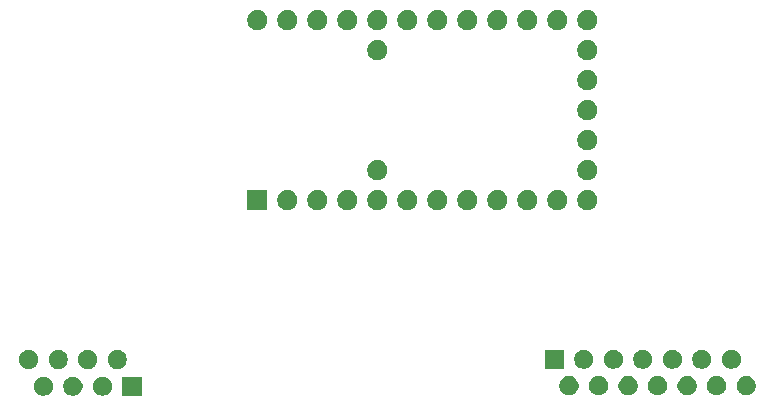
<source format=gbr>
G04 #@! TF.GenerationSoftware,KiCad,Pcbnew,(5.1.5-0-10_14)*
G04 #@! TF.CreationDate,2020-05-11T22:22:16+08:00*
G04 #@! TF.ProjectId,HHKB Lite 2,48484b42-204c-4697-9465-20322e6b6963,rev?*
G04 #@! TF.SameCoordinates,Original*
G04 #@! TF.FileFunction,Soldermask,Top*
G04 #@! TF.FilePolarity,Negative*
%FSLAX46Y46*%
G04 Gerber Fmt 4.6, Leading zero omitted, Abs format (unit mm)*
G04 Created by KiCad (PCBNEW (5.1.5-0-10_14)) date 2020-05-11 22:22:16*
%MOMM*%
%LPD*%
G04 APERTURE LIST*
%ADD10C,0.100000*%
G04 APERTURE END LIST*
D10*
G36*
X134975000Y-76251000D02*
G01*
X133349000Y-76251000D01*
X133349000Y-74625000D01*
X134975000Y-74625000D01*
X134975000Y-76251000D01*
G37*
G36*
X131899142Y-74656242D02*
G01*
X132047101Y-74717529D01*
X132180255Y-74806499D01*
X132293501Y-74919745D01*
X132382471Y-75052899D01*
X132443758Y-75200858D01*
X132475000Y-75357925D01*
X132475000Y-75518075D01*
X132443758Y-75675142D01*
X132382471Y-75823101D01*
X132293501Y-75956255D01*
X132180255Y-76069501D01*
X132047101Y-76158471D01*
X131899142Y-76219758D01*
X131742075Y-76251000D01*
X131581925Y-76251000D01*
X131424858Y-76219758D01*
X131276899Y-76158471D01*
X131143745Y-76069501D01*
X131030499Y-75956255D01*
X130941529Y-75823101D01*
X130880242Y-75675142D01*
X130849000Y-75518075D01*
X130849000Y-75357925D01*
X130880242Y-75200858D01*
X130941529Y-75052899D01*
X131030499Y-74919745D01*
X131143745Y-74806499D01*
X131276899Y-74717529D01*
X131424858Y-74656242D01*
X131581925Y-74625000D01*
X131742075Y-74625000D01*
X131899142Y-74656242D01*
G37*
G36*
X129399142Y-74656242D02*
G01*
X129547101Y-74717529D01*
X129680255Y-74806499D01*
X129793501Y-74919745D01*
X129882471Y-75052899D01*
X129943758Y-75200858D01*
X129975000Y-75357925D01*
X129975000Y-75518075D01*
X129943758Y-75675142D01*
X129882471Y-75823101D01*
X129793501Y-75956255D01*
X129680255Y-76069501D01*
X129547101Y-76158471D01*
X129399142Y-76219758D01*
X129242075Y-76251000D01*
X129081925Y-76251000D01*
X128924858Y-76219758D01*
X128776899Y-76158471D01*
X128643745Y-76069501D01*
X128530499Y-75956255D01*
X128441529Y-75823101D01*
X128380242Y-75675142D01*
X128349000Y-75518075D01*
X128349000Y-75357925D01*
X128380242Y-75200858D01*
X128441529Y-75052899D01*
X128530499Y-74919745D01*
X128643745Y-74806499D01*
X128776899Y-74717529D01*
X128924858Y-74656242D01*
X129081925Y-74625000D01*
X129242075Y-74625000D01*
X129399142Y-74656242D01*
G37*
G36*
X126899142Y-74656242D02*
G01*
X127047101Y-74717529D01*
X127180255Y-74806499D01*
X127293501Y-74919745D01*
X127382471Y-75052899D01*
X127443758Y-75200858D01*
X127475000Y-75357925D01*
X127475000Y-75518075D01*
X127443758Y-75675142D01*
X127382471Y-75823101D01*
X127293501Y-75956255D01*
X127180255Y-76069501D01*
X127047101Y-76158471D01*
X126899142Y-76219758D01*
X126742075Y-76251000D01*
X126581925Y-76251000D01*
X126424858Y-76219758D01*
X126276899Y-76158471D01*
X126143745Y-76069501D01*
X126030499Y-75956255D01*
X125941529Y-75823101D01*
X125880242Y-75675142D01*
X125849000Y-75518075D01*
X125849000Y-75357925D01*
X125880242Y-75200858D01*
X125941529Y-75052899D01*
X126030499Y-74919745D01*
X126143745Y-74806499D01*
X126276899Y-74717529D01*
X126424858Y-74656242D01*
X126581925Y-74625000D01*
X126742075Y-74625000D01*
X126899142Y-74656242D01*
G37*
G36*
X186397142Y-74620242D02*
G01*
X186545101Y-74681529D01*
X186678255Y-74770499D01*
X186791501Y-74883745D01*
X186880471Y-75016899D01*
X186941758Y-75164858D01*
X186973000Y-75321925D01*
X186973000Y-75482075D01*
X186941758Y-75639142D01*
X186880471Y-75787101D01*
X186791501Y-75920255D01*
X186678255Y-76033501D01*
X186545101Y-76122471D01*
X186397142Y-76183758D01*
X186240075Y-76215000D01*
X186079925Y-76215000D01*
X185922858Y-76183758D01*
X185774899Y-76122471D01*
X185641745Y-76033501D01*
X185528499Y-75920255D01*
X185439529Y-75787101D01*
X185378242Y-75639142D01*
X185347000Y-75482075D01*
X185347000Y-75321925D01*
X185378242Y-75164858D01*
X185439529Y-75016899D01*
X185528499Y-74883745D01*
X185641745Y-74770499D01*
X185774899Y-74681529D01*
X185922858Y-74620242D01*
X186079925Y-74589000D01*
X186240075Y-74589000D01*
X186397142Y-74620242D01*
G37*
G36*
X183897142Y-74620242D02*
G01*
X184045101Y-74681529D01*
X184178255Y-74770499D01*
X184291501Y-74883745D01*
X184380471Y-75016899D01*
X184441758Y-75164858D01*
X184473000Y-75321925D01*
X184473000Y-75482075D01*
X184441758Y-75639142D01*
X184380471Y-75787101D01*
X184291501Y-75920255D01*
X184178255Y-76033501D01*
X184045101Y-76122471D01*
X183897142Y-76183758D01*
X183740075Y-76215000D01*
X183579925Y-76215000D01*
X183422858Y-76183758D01*
X183274899Y-76122471D01*
X183141745Y-76033501D01*
X183028499Y-75920255D01*
X182939529Y-75787101D01*
X182878242Y-75639142D01*
X182847000Y-75482075D01*
X182847000Y-75321925D01*
X182878242Y-75164858D01*
X182939529Y-75016899D01*
X183028499Y-74883745D01*
X183141745Y-74770499D01*
X183274899Y-74681529D01*
X183422858Y-74620242D01*
X183579925Y-74589000D01*
X183740075Y-74589000D01*
X183897142Y-74620242D01*
G37*
G36*
X181397142Y-74620242D02*
G01*
X181545101Y-74681529D01*
X181678255Y-74770499D01*
X181791501Y-74883745D01*
X181880471Y-75016899D01*
X181941758Y-75164858D01*
X181973000Y-75321925D01*
X181973000Y-75482075D01*
X181941758Y-75639142D01*
X181880471Y-75787101D01*
X181791501Y-75920255D01*
X181678255Y-76033501D01*
X181545101Y-76122471D01*
X181397142Y-76183758D01*
X181240075Y-76215000D01*
X181079925Y-76215000D01*
X180922858Y-76183758D01*
X180774899Y-76122471D01*
X180641745Y-76033501D01*
X180528499Y-75920255D01*
X180439529Y-75787101D01*
X180378242Y-75639142D01*
X180347000Y-75482075D01*
X180347000Y-75321925D01*
X180378242Y-75164858D01*
X180439529Y-75016899D01*
X180528499Y-74883745D01*
X180641745Y-74770499D01*
X180774899Y-74681529D01*
X180922858Y-74620242D01*
X181079925Y-74589000D01*
X181240075Y-74589000D01*
X181397142Y-74620242D01*
G37*
G36*
X178897142Y-74620242D02*
G01*
X179045101Y-74681529D01*
X179178255Y-74770499D01*
X179291501Y-74883745D01*
X179380471Y-75016899D01*
X179441758Y-75164858D01*
X179473000Y-75321925D01*
X179473000Y-75482075D01*
X179441758Y-75639142D01*
X179380471Y-75787101D01*
X179291501Y-75920255D01*
X179178255Y-76033501D01*
X179045101Y-76122471D01*
X178897142Y-76183758D01*
X178740075Y-76215000D01*
X178579925Y-76215000D01*
X178422858Y-76183758D01*
X178274899Y-76122471D01*
X178141745Y-76033501D01*
X178028499Y-75920255D01*
X177939529Y-75787101D01*
X177878242Y-75639142D01*
X177847000Y-75482075D01*
X177847000Y-75321925D01*
X177878242Y-75164858D01*
X177939529Y-75016899D01*
X178028499Y-74883745D01*
X178141745Y-74770499D01*
X178274899Y-74681529D01*
X178422858Y-74620242D01*
X178579925Y-74589000D01*
X178740075Y-74589000D01*
X178897142Y-74620242D01*
G37*
G36*
X176397142Y-74620242D02*
G01*
X176545101Y-74681529D01*
X176678255Y-74770499D01*
X176791501Y-74883745D01*
X176880471Y-75016899D01*
X176941758Y-75164858D01*
X176973000Y-75321925D01*
X176973000Y-75482075D01*
X176941758Y-75639142D01*
X176880471Y-75787101D01*
X176791501Y-75920255D01*
X176678255Y-76033501D01*
X176545101Y-76122471D01*
X176397142Y-76183758D01*
X176240075Y-76215000D01*
X176079925Y-76215000D01*
X175922858Y-76183758D01*
X175774899Y-76122471D01*
X175641745Y-76033501D01*
X175528499Y-75920255D01*
X175439529Y-75787101D01*
X175378242Y-75639142D01*
X175347000Y-75482075D01*
X175347000Y-75321925D01*
X175378242Y-75164858D01*
X175439529Y-75016899D01*
X175528499Y-74883745D01*
X175641745Y-74770499D01*
X175774899Y-74681529D01*
X175922858Y-74620242D01*
X176079925Y-74589000D01*
X176240075Y-74589000D01*
X176397142Y-74620242D01*
G37*
G36*
X173897142Y-74620242D02*
G01*
X174045101Y-74681529D01*
X174178255Y-74770499D01*
X174291501Y-74883745D01*
X174380471Y-75016899D01*
X174441758Y-75164858D01*
X174473000Y-75321925D01*
X174473000Y-75482075D01*
X174441758Y-75639142D01*
X174380471Y-75787101D01*
X174291501Y-75920255D01*
X174178255Y-76033501D01*
X174045101Y-76122471D01*
X173897142Y-76183758D01*
X173740075Y-76215000D01*
X173579925Y-76215000D01*
X173422858Y-76183758D01*
X173274899Y-76122471D01*
X173141745Y-76033501D01*
X173028499Y-75920255D01*
X172939529Y-75787101D01*
X172878242Y-75639142D01*
X172847000Y-75482075D01*
X172847000Y-75321925D01*
X172878242Y-75164858D01*
X172939529Y-75016899D01*
X173028499Y-74883745D01*
X173141745Y-74770499D01*
X173274899Y-74681529D01*
X173422858Y-74620242D01*
X173579925Y-74589000D01*
X173740075Y-74589000D01*
X173897142Y-74620242D01*
G37*
G36*
X171397142Y-74620242D02*
G01*
X171545101Y-74681529D01*
X171678255Y-74770499D01*
X171791501Y-74883745D01*
X171880471Y-75016899D01*
X171941758Y-75164858D01*
X171973000Y-75321925D01*
X171973000Y-75482075D01*
X171941758Y-75639142D01*
X171880471Y-75787101D01*
X171791501Y-75920255D01*
X171678255Y-76033501D01*
X171545101Y-76122471D01*
X171397142Y-76183758D01*
X171240075Y-76215000D01*
X171079925Y-76215000D01*
X170922858Y-76183758D01*
X170774899Y-76122471D01*
X170641745Y-76033501D01*
X170528499Y-75920255D01*
X170439529Y-75787101D01*
X170378242Y-75639142D01*
X170347000Y-75482075D01*
X170347000Y-75321925D01*
X170378242Y-75164858D01*
X170439529Y-75016899D01*
X170528499Y-74883745D01*
X170641745Y-74770499D01*
X170774899Y-74681529D01*
X170922858Y-74620242D01*
X171079925Y-74589000D01*
X171240075Y-74589000D01*
X171397142Y-74620242D01*
G37*
G36*
X125649142Y-72406242D02*
G01*
X125797101Y-72467529D01*
X125930255Y-72556499D01*
X126043501Y-72669745D01*
X126132471Y-72802899D01*
X126193758Y-72950858D01*
X126225000Y-73107925D01*
X126225000Y-73268075D01*
X126193758Y-73425142D01*
X126132471Y-73573101D01*
X126043501Y-73706255D01*
X125930255Y-73819501D01*
X125797101Y-73908471D01*
X125649142Y-73969758D01*
X125492075Y-74001000D01*
X125331925Y-74001000D01*
X125174858Y-73969758D01*
X125026899Y-73908471D01*
X124893745Y-73819501D01*
X124780499Y-73706255D01*
X124691529Y-73573101D01*
X124630242Y-73425142D01*
X124599000Y-73268075D01*
X124599000Y-73107925D01*
X124630242Y-72950858D01*
X124691529Y-72802899D01*
X124780499Y-72669745D01*
X124893745Y-72556499D01*
X125026899Y-72467529D01*
X125174858Y-72406242D01*
X125331925Y-72375000D01*
X125492075Y-72375000D01*
X125649142Y-72406242D01*
G37*
G36*
X133149142Y-72406242D02*
G01*
X133297101Y-72467529D01*
X133430255Y-72556499D01*
X133543501Y-72669745D01*
X133632471Y-72802899D01*
X133693758Y-72950858D01*
X133725000Y-73107925D01*
X133725000Y-73268075D01*
X133693758Y-73425142D01*
X133632471Y-73573101D01*
X133543501Y-73706255D01*
X133430255Y-73819501D01*
X133297101Y-73908471D01*
X133149142Y-73969758D01*
X132992075Y-74001000D01*
X132831925Y-74001000D01*
X132674858Y-73969758D01*
X132526899Y-73908471D01*
X132393745Y-73819501D01*
X132280499Y-73706255D01*
X132191529Y-73573101D01*
X132130242Y-73425142D01*
X132099000Y-73268075D01*
X132099000Y-73107925D01*
X132130242Y-72950858D01*
X132191529Y-72802899D01*
X132280499Y-72669745D01*
X132393745Y-72556499D01*
X132526899Y-72467529D01*
X132674858Y-72406242D01*
X132831925Y-72375000D01*
X132992075Y-72375000D01*
X133149142Y-72406242D01*
G37*
G36*
X130649142Y-72406242D02*
G01*
X130797101Y-72467529D01*
X130930255Y-72556499D01*
X131043501Y-72669745D01*
X131132471Y-72802899D01*
X131193758Y-72950858D01*
X131225000Y-73107925D01*
X131225000Y-73268075D01*
X131193758Y-73425142D01*
X131132471Y-73573101D01*
X131043501Y-73706255D01*
X130930255Y-73819501D01*
X130797101Y-73908471D01*
X130649142Y-73969758D01*
X130492075Y-74001000D01*
X130331925Y-74001000D01*
X130174858Y-73969758D01*
X130026899Y-73908471D01*
X129893745Y-73819501D01*
X129780499Y-73706255D01*
X129691529Y-73573101D01*
X129630242Y-73425142D01*
X129599000Y-73268075D01*
X129599000Y-73107925D01*
X129630242Y-72950858D01*
X129691529Y-72802899D01*
X129780499Y-72669745D01*
X129893745Y-72556499D01*
X130026899Y-72467529D01*
X130174858Y-72406242D01*
X130331925Y-72375000D01*
X130492075Y-72375000D01*
X130649142Y-72406242D01*
G37*
G36*
X128149142Y-72406242D02*
G01*
X128297101Y-72467529D01*
X128430255Y-72556499D01*
X128543501Y-72669745D01*
X128632471Y-72802899D01*
X128693758Y-72950858D01*
X128725000Y-73107925D01*
X128725000Y-73268075D01*
X128693758Y-73425142D01*
X128632471Y-73573101D01*
X128543501Y-73706255D01*
X128430255Y-73819501D01*
X128297101Y-73908471D01*
X128149142Y-73969758D01*
X127992075Y-74001000D01*
X127831925Y-74001000D01*
X127674858Y-73969758D01*
X127526899Y-73908471D01*
X127393745Y-73819501D01*
X127280499Y-73706255D01*
X127191529Y-73573101D01*
X127130242Y-73425142D01*
X127099000Y-73268075D01*
X127099000Y-73107925D01*
X127130242Y-72950858D01*
X127191529Y-72802899D01*
X127280499Y-72669745D01*
X127393745Y-72556499D01*
X127526899Y-72467529D01*
X127674858Y-72406242D01*
X127831925Y-72375000D01*
X127992075Y-72375000D01*
X128149142Y-72406242D01*
G37*
G36*
X182647142Y-72370242D02*
G01*
X182795101Y-72431529D01*
X182928255Y-72520499D01*
X183041501Y-72633745D01*
X183130471Y-72766899D01*
X183191758Y-72914858D01*
X183223000Y-73071925D01*
X183223000Y-73232075D01*
X183191758Y-73389142D01*
X183130471Y-73537101D01*
X183041501Y-73670255D01*
X182928255Y-73783501D01*
X182795101Y-73872471D01*
X182647142Y-73933758D01*
X182490075Y-73965000D01*
X182329925Y-73965000D01*
X182172858Y-73933758D01*
X182024899Y-73872471D01*
X181891745Y-73783501D01*
X181778499Y-73670255D01*
X181689529Y-73537101D01*
X181628242Y-73389142D01*
X181597000Y-73232075D01*
X181597000Y-73071925D01*
X181628242Y-72914858D01*
X181689529Y-72766899D01*
X181778499Y-72633745D01*
X181891745Y-72520499D01*
X182024899Y-72431529D01*
X182172858Y-72370242D01*
X182329925Y-72339000D01*
X182490075Y-72339000D01*
X182647142Y-72370242D01*
G37*
G36*
X170723000Y-73965000D02*
G01*
X169097000Y-73965000D01*
X169097000Y-72339000D01*
X170723000Y-72339000D01*
X170723000Y-73965000D01*
G37*
G36*
X172647142Y-72370242D02*
G01*
X172795101Y-72431529D01*
X172928255Y-72520499D01*
X173041501Y-72633745D01*
X173130471Y-72766899D01*
X173191758Y-72914858D01*
X173223000Y-73071925D01*
X173223000Y-73232075D01*
X173191758Y-73389142D01*
X173130471Y-73537101D01*
X173041501Y-73670255D01*
X172928255Y-73783501D01*
X172795101Y-73872471D01*
X172647142Y-73933758D01*
X172490075Y-73965000D01*
X172329925Y-73965000D01*
X172172858Y-73933758D01*
X172024899Y-73872471D01*
X171891745Y-73783501D01*
X171778499Y-73670255D01*
X171689529Y-73537101D01*
X171628242Y-73389142D01*
X171597000Y-73232075D01*
X171597000Y-73071925D01*
X171628242Y-72914858D01*
X171689529Y-72766899D01*
X171778499Y-72633745D01*
X171891745Y-72520499D01*
X172024899Y-72431529D01*
X172172858Y-72370242D01*
X172329925Y-72339000D01*
X172490075Y-72339000D01*
X172647142Y-72370242D01*
G37*
G36*
X175147142Y-72370242D02*
G01*
X175295101Y-72431529D01*
X175428255Y-72520499D01*
X175541501Y-72633745D01*
X175630471Y-72766899D01*
X175691758Y-72914858D01*
X175723000Y-73071925D01*
X175723000Y-73232075D01*
X175691758Y-73389142D01*
X175630471Y-73537101D01*
X175541501Y-73670255D01*
X175428255Y-73783501D01*
X175295101Y-73872471D01*
X175147142Y-73933758D01*
X174990075Y-73965000D01*
X174829925Y-73965000D01*
X174672858Y-73933758D01*
X174524899Y-73872471D01*
X174391745Y-73783501D01*
X174278499Y-73670255D01*
X174189529Y-73537101D01*
X174128242Y-73389142D01*
X174097000Y-73232075D01*
X174097000Y-73071925D01*
X174128242Y-72914858D01*
X174189529Y-72766899D01*
X174278499Y-72633745D01*
X174391745Y-72520499D01*
X174524899Y-72431529D01*
X174672858Y-72370242D01*
X174829925Y-72339000D01*
X174990075Y-72339000D01*
X175147142Y-72370242D01*
G37*
G36*
X177647142Y-72370242D02*
G01*
X177795101Y-72431529D01*
X177928255Y-72520499D01*
X178041501Y-72633745D01*
X178130471Y-72766899D01*
X178191758Y-72914858D01*
X178223000Y-73071925D01*
X178223000Y-73232075D01*
X178191758Y-73389142D01*
X178130471Y-73537101D01*
X178041501Y-73670255D01*
X177928255Y-73783501D01*
X177795101Y-73872471D01*
X177647142Y-73933758D01*
X177490075Y-73965000D01*
X177329925Y-73965000D01*
X177172858Y-73933758D01*
X177024899Y-73872471D01*
X176891745Y-73783501D01*
X176778499Y-73670255D01*
X176689529Y-73537101D01*
X176628242Y-73389142D01*
X176597000Y-73232075D01*
X176597000Y-73071925D01*
X176628242Y-72914858D01*
X176689529Y-72766899D01*
X176778499Y-72633745D01*
X176891745Y-72520499D01*
X177024899Y-72431529D01*
X177172858Y-72370242D01*
X177329925Y-72339000D01*
X177490075Y-72339000D01*
X177647142Y-72370242D01*
G37*
G36*
X180147142Y-72370242D02*
G01*
X180295101Y-72431529D01*
X180428255Y-72520499D01*
X180541501Y-72633745D01*
X180630471Y-72766899D01*
X180691758Y-72914858D01*
X180723000Y-73071925D01*
X180723000Y-73232075D01*
X180691758Y-73389142D01*
X180630471Y-73537101D01*
X180541501Y-73670255D01*
X180428255Y-73783501D01*
X180295101Y-73872471D01*
X180147142Y-73933758D01*
X179990075Y-73965000D01*
X179829925Y-73965000D01*
X179672858Y-73933758D01*
X179524899Y-73872471D01*
X179391745Y-73783501D01*
X179278499Y-73670255D01*
X179189529Y-73537101D01*
X179128242Y-73389142D01*
X179097000Y-73232075D01*
X179097000Y-73071925D01*
X179128242Y-72914858D01*
X179189529Y-72766899D01*
X179278499Y-72633745D01*
X179391745Y-72520499D01*
X179524899Y-72431529D01*
X179672858Y-72370242D01*
X179829925Y-72339000D01*
X179990075Y-72339000D01*
X180147142Y-72370242D01*
G37*
G36*
X185147142Y-72370242D02*
G01*
X185295101Y-72431529D01*
X185428255Y-72520499D01*
X185541501Y-72633745D01*
X185630471Y-72766899D01*
X185691758Y-72914858D01*
X185723000Y-73071925D01*
X185723000Y-73232075D01*
X185691758Y-73389142D01*
X185630471Y-73537101D01*
X185541501Y-73670255D01*
X185428255Y-73783501D01*
X185295101Y-73872471D01*
X185147142Y-73933758D01*
X184990075Y-73965000D01*
X184829925Y-73965000D01*
X184672858Y-73933758D01*
X184524899Y-73872471D01*
X184391745Y-73783501D01*
X184278499Y-73670255D01*
X184189529Y-73537101D01*
X184128242Y-73389142D01*
X184097000Y-73232075D01*
X184097000Y-73071925D01*
X184128242Y-72914858D01*
X184189529Y-72766899D01*
X184278499Y-72633745D01*
X184391745Y-72520499D01*
X184524899Y-72431529D01*
X184672858Y-72370242D01*
X184829925Y-72339000D01*
X184990075Y-72339000D01*
X185147142Y-72370242D01*
G37*
G36*
X170428228Y-58871703D02*
G01*
X170583100Y-58935853D01*
X170722481Y-59028985D01*
X170841015Y-59147519D01*
X170934147Y-59286900D01*
X170998297Y-59441772D01*
X171031000Y-59606184D01*
X171031000Y-59773816D01*
X170998297Y-59938228D01*
X170934147Y-60093100D01*
X170841015Y-60232481D01*
X170722481Y-60351015D01*
X170583100Y-60444147D01*
X170428228Y-60508297D01*
X170263816Y-60541000D01*
X170096184Y-60541000D01*
X169931772Y-60508297D01*
X169776900Y-60444147D01*
X169637519Y-60351015D01*
X169518985Y-60232481D01*
X169425853Y-60093100D01*
X169361703Y-59938228D01*
X169329000Y-59773816D01*
X169329000Y-59606184D01*
X169361703Y-59441772D01*
X169425853Y-59286900D01*
X169518985Y-59147519D01*
X169637519Y-59028985D01*
X169776900Y-58935853D01*
X169931772Y-58871703D01*
X170096184Y-58839000D01*
X170263816Y-58839000D01*
X170428228Y-58871703D01*
G37*
G36*
X145631000Y-60541000D02*
G01*
X143929000Y-60541000D01*
X143929000Y-58839000D01*
X145631000Y-58839000D01*
X145631000Y-60541000D01*
G37*
G36*
X147568228Y-58871703D02*
G01*
X147723100Y-58935853D01*
X147862481Y-59028985D01*
X147981015Y-59147519D01*
X148074147Y-59286900D01*
X148138297Y-59441772D01*
X148171000Y-59606184D01*
X148171000Y-59773816D01*
X148138297Y-59938228D01*
X148074147Y-60093100D01*
X147981015Y-60232481D01*
X147862481Y-60351015D01*
X147723100Y-60444147D01*
X147568228Y-60508297D01*
X147403816Y-60541000D01*
X147236184Y-60541000D01*
X147071772Y-60508297D01*
X146916900Y-60444147D01*
X146777519Y-60351015D01*
X146658985Y-60232481D01*
X146565853Y-60093100D01*
X146501703Y-59938228D01*
X146469000Y-59773816D01*
X146469000Y-59606184D01*
X146501703Y-59441772D01*
X146565853Y-59286900D01*
X146658985Y-59147519D01*
X146777519Y-59028985D01*
X146916900Y-58935853D01*
X147071772Y-58871703D01*
X147236184Y-58839000D01*
X147403816Y-58839000D01*
X147568228Y-58871703D01*
G37*
G36*
X150108228Y-58871703D02*
G01*
X150263100Y-58935853D01*
X150402481Y-59028985D01*
X150521015Y-59147519D01*
X150614147Y-59286900D01*
X150678297Y-59441772D01*
X150711000Y-59606184D01*
X150711000Y-59773816D01*
X150678297Y-59938228D01*
X150614147Y-60093100D01*
X150521015Y-60232481D01*
X150402481Y-60351015D01*
X150263100Y-60444147D01*
X150108228Y-60508297D01*
X149943816Y-60541000D01*
X149776184Y-60541000D01*
X149611772Y-60508297D01*
X149456900Y-60444147D01*
X149317519Y-60351015D01*
X149198985Y-60232481D01*
X149105853Y-60093100D01*
X149041703Y-59938228D01*
X149009000Y-59773816D01*
X149009000Y-59606184D01*
X149041703Y-59441772D01*
X149105853Y-59286900D01*
X149198985Y-59147519D01*
X149317519Y-59028985D01*
X149456900Y-58935853D01*
X149611772Y-58871703D01*
X149776184Y-58839000D01*
X149943816Y-58839000D01*
X150108228Y-58871703D01*
G37*
G36*
X152648228Y-58871703D02*
G01*
X152803100Y-58935853D01*
X152942481Y-59028985D01*
X153061015Y-59147519D01*
X153154147Y-59286900D01*
X153218297Y-59441772D01*
X153251000Y-59606184D01*
X153251000Y-59773816D01*
X153218297Y-59938228D01*
X153154147Y-60093100D01*
X153061015Y-60232481D01*
X152942481Y-60351015D01*
X152803100Y-60444147D01*
X152648228Y-60508297D01*
X152483816Y-60541000D01*
X152316184Y-60541000D01*
X152151772Y-60508297D01*
X151996900Y-60444147D01*
X151857519Y-60351015D01*
X151738985Y-60232481D01*
X151645853Y-60093100D01*
X151581703Y-59938228D01*
X151549000Y-59773816D01*
X151549000Y-59606184D01*
X151581703Y-59441772D01*
X151645853Y-59286900D01*
X151738985Y-59147519D01*
X151857519Y-59028985D01*
X151996900Y-58935853D01*
X152151772Y-58871703D01*
X152316184Y-58839000D01*
X152483816Y-58839000D01*
X152648228Y-58871703D01*
G37*
G36*
X155188228Y-58871703D02*
G01*
X155343100Y-58935853D01*
X155482481Y-59028985D01*
X155601015Y-59147519D01*
X155694147Y-59286900D01*
X155758297Y-59441772D01*
X155791000Y-59606184D01*
X155791000Y-59773816D01*
X155758297Y-59938228D01*
X155694147Y-60093100D01*
X155601015Y-60232481D01*
X155482481Y-60351015D01*
X155343100Y-60444147D01*
X155188228Y-60508297D01*
X155023816Y-60541000D01*
X154856184Y-60541000D01*
X154691772Y-60508297D01*
X154536900Y-60444147D01*
X154397519Y-60351015D01*
X154278985Y-60232481D01*
X154185853Y-60093100D01*
X154121703Y-59938228D01*
X154089000Y-59773816D01*
X154089000Y-59606184D01*
X154121703Y-59441772D01*
X154185853Y-59286900D01*
X154278985Y-59147519D01*
X154397519Y-59028985D01*
X154536900Y-58935853D01*
X154691772Y-58871703D01*
X154856184Y-58839000D01*
X155023816Y-58839000D01*
X155188228Y-58871703D01*
G37*
G36*
X157728228Y-58871703D02*
G01*
X157883100Y-58935853D01*
X158022481Y-59028985D01*
X158141015Y-59147519D01*
X158234147Y-59286900D01*
X158298297Y-59441772D01*
X158331000Y-59606184D01*
X158331000Y-59773816D01*
X158298297Y-59938228D01*
X158234147Y-60093100D01*
X158141015Y-60232481D01*
X158022481Y-60351015D01*
X157883100Y-60444147D01*
X157728228Y-60508297D01*
X157563816Y-60541000D01*
X157396184Y-60541000D01*
X157231772Y-60508297D01*
X157076900Y-60444147D01*
X156937519Y-60351015D01*
X156818985Y-60232481D01*
X156725853Y-60093100D01*
X156661703Y-59938228D01*
X156629000Y-59773816D01*
X156629000Y-59606184D01*
X156661703Y-59441772D01*
X156725853Y-59286900D01*
X156818985Y-59147519D01*
X156937519Y-59028985D01*
X157076900Y-58935853D01*
X157231772Y-58871703D01*
X157396184Y-58839000D01*
X157563816Y-58839000D01*
X157728228Y-58871703D01*
G37*
G36*
X160268228Y-58871703D02*
G01*
X160423100Y-58935853D01*
X160562481Y-59028985D01*
X160681015Y-59147519D01*
X160774147Y-59286900D01*
X160838297Y-59441772D01*
X160871000Y-59606184D01*
X160871000Y-59773816D01*
X160838297Y-59938228D01*
X160774147Y-60093100D01*
X160681015Y-60232481D01*
X160562481Y-60351015D01*
X160423100Y-60444147D01*
X160268228Y-60508297D01*
X160103816Y-60541000D01*
X159936184Y-60541000D01*
X159771772Y-60508297D01*
X159616900Y-60444147D01*
X159477519Y-60351015D01*
X159358985Y-60232481D01*
X159265853Y-60093100D01*
X159201703Y-59938228D01*
X159169000Y-59773816D01*
X159169000Y-59606184D01*
X159201703Y-59441772D01*
X159265853Y-59286900D01*
X159358985Y-59147519D01*
X159477519Y-59028985D01*
X159616900Y-58935853D01*
X159771772Y-58871703D01*
X159936184Y-58839000D01*
X160103816Y-58839000D01*
X160268228Y-58871703D01*
G37*
G36*
X172968228Y-58871703D02*
G01*
X173123100Y-58935853D01*
X173262481Y-59028985D01*
X173381015Y-59147519D01*
X173474147Y-59286900D01*
X173538297Y-59441772D01*
X173571000Y-59606184D01*
X173571000Y-59773816D01*
X173538297Y-59938228D01*
X173474147Y-60093100D01*
X173381015Y-60232481D01*
X173262481Y-60351015D01*
X173123100Y-60444147D01*
X172968228Y-60508297D01*
X172803816Y-60541000D01*
X172636184Y-60541000D01*
X172471772Y-60508297D01*
X172316900Y-60444147D01*
X172177519Y-60351015D01*
X172058985Y-60232481D01*
X171965853Y-60093100D01*
X171901703Y-59938228D01*
X171869000Y-59773816D01*
X171869000Y-59606184D01*
X171901703Y-59441772D01*
X171965853Y-59286900D01*
X172058985Y-59147519D01*
X172177519Y-59028985D01*
X172316900Y-58935853D01*
X172471772Y-58871703D01*
X172636184Y-58839000D01*
X172803816Y-58839000D01*
X172968228Y-58871703D01*
G37*
G36*
X162808228Y-58871703D02*
G01*
X162963100Y-58935853D01*
X163102481Y-59028985D01*
X163221015Y-59147519D01*
X163314147Y-59286900D01*
X163378297Y-59441772D01*
X163411000Y-59606184D01*
X163411000Y-59773816D01*
X163378297Y-59938228D01*
X163314147Y-60093100D01*
X163221015Y-60232481D01*
X163102481Y-60351015D01*
X162963100Y-60444147D01*
X162808228Y-60508297D01*
X162643816Y-60541000D01*
X162476184Y-60541000D01*
X162311772Y-60508297D01*
X162156900Y-60444147D01*
X162017519Y-60351015D01*
X161898985Y-60232481D01*
X161805853Y-60093100D01*
X161741703Y-59938228D01*
X161709000Y-59773816D01*
X161709000Y-59606184D01*
X161741703Y-59441772D01*
X161805853Y-59286900D01*
X161898985Y-59147519D01*
X162017519Y-59028985D01*
X162156900Y-58935853D01*
X162311772Y-58871703D01*
X162476184Y-58839000D01*
X162643816Y-58839000D01*
X162808228Y-58871703D01*
G37*
G36*
X165348228Y-58871703D02*
G01*
X165503100Y-58935853D01*
X165642481Y-59028985D01*
X165761015Y-59147519D01*
X165854147Y-59286900D01*
X165918297Y-59441772D01*
X165951000Y-59606184D01*
X165951000Y-59773816D01*
X165918297Y-59938228D01*
X165854147Y-60093100D01*
X165761015Y-60232481D01*
X165642481Y-60351015D01*
X165503100Y-60444147D01*
X165348228Y-60508297D01*
X165183816Y-60541000D01*
X165016184Y-60541000D01*
X164851772Y-60508297D01*
X164696900Y-60444147D01*
X164557519Y-60351015D01*
X164438985Y-60232481D01*
X164345853Y-60093100D01*
X164281703Y-59938228D01*
X164249000Y-59773816D01*
X164249000Y-59606184D01*
X164281703Y-59441772D01*
X164345853Y-59286900D01*
X164438985Y-59147519D01*
X164557519Y-59028985D01*
X164696900Y-58935853D01*
X164851772Y-58871703D01*
X165016184Y-58839000D01*
X165183816Y-58839000D01*
X165348228Y-58871703D01*
G37*
G36*
X167888228Y-58871703D02*
G01*
X168043100Y-58935853D01*
X168182481Y-59028985D01*
X168301015Y-59147519D01*
X168394147Y-59286900D01*
X168458297Y-59441772D01*
X168491000Y-59606184D01*
X168491000Y-59773816D01*
X168458297Y-59938228D01*
X168394147Y-60093100D01*
X168301015Y-60232481D01*
X168182481Y-60351015D01*
X168043100Y-60444147D01*
X167888228Y-60508297D01*
X167723816Y-60541000D01*
X167556184Y-60541000D01*
X167391772Y-60508297D01*
X167236900Y-60444147D01*
X167097519Y-60351015D01*
X166978985Y-60232481D01*
X166885853Y-60093100D01*
X166821703Y-59938228D01*
X166789000Y-59773816D01*
X166789000Y-59606184D01*
X166821703Y-59441772D01*
X166885853Y-59286900D01*
X166978985Y-59147519D01*
X167097519Y-59028985D01*
X167236900Y-58935853D01*
X167391772Y-58871703D01*
X167556184Y-58839000D01*
X167723816Y-58839000D01*
X167888228Y-58871703D01*
G37*
G36*
X155188228Y-56331703D02*
G01*
X155343100Y-56395853D01*
X155482481Y-56488985D01*
X155601015Y-56607519D01*
X155694147Y-56746900D01*
X155758297Y-56901772D01*
X155791000Y-57066184D01*
X155791000Y-57233816D01*
X155758297Y-57398228D01*
X155694147Y-57553100D01*
X155601015Y-57692481D01*
X155482481Y-57811015D01*
X155343100Y-57904147D01*
X155188228Y-57968297D01*
X155023816Y-58001000D01*
X154856184Y-58001000D01*
X154691772Y-57968297D01*
X154536900Y-57904147D01*
X154397519Y-57811015D01*
X154278985Y-57692481D01*
X154185853Y-57553100D01*
X154121703Y-57398228D01*
X154089000Y-57233816D01*
X154089000Y-57066184D01*
X154121703Y-56901772D01*
X154185853Y-56746900D01*
X154278985Y-56607519D01*
X154397519Y-56488985D01*
X154536900Y-56395853D01*
X154691772Y-56331703D01*
X154856184Y-56299000D01*
X155023816Y-56299000D01*
X155188228Y-56331703D01*
G37*
G36*
X172968228Y-56331703D02*
G01*
X173123100Y-56395853D01*
X173262481Y-56488985D01*
X173381015Y-56607519D01*
X173474147Y-56746900D01*
X173538297Y-56901772D01*
X173571000Y-57066184D01*
X173571000Y-57233816D01*
X173538297Y-57398228D01*
X173474147Y-57553100D01*
X173381015Y-57692481D01*
X173262481Y-57811015D01*
X173123100Y-57904147D01*
X172968228Y-57968297D01*
X172803816Y-58001000D01*
X172636184Y-58001000D01*
X172471772Y-57968297D01*
X172316900Y-57904147D01*
X172177519Y-57811015D01*
X172058985Y-57692481D01*
X171965853Y-57553100D01*
X171901703Y-57398228D01*
X171869000Y-57233816D01*
X171869000Y-57066184D01*
X171901703Y-56901772D01*
X171965853Y-56746900D01*
X172058985Y-56607519D01*
X172177519Y-56488985D01*
X172316900Y-56395853D01*
X172471772Y-56331703D01*
X172636184Y-56299000D01*
X172803816Y-56299000D01*
X172968228Y-56331703D01*
G37*
G36*
X172968228Y-53791703D02*
G01*
X173123100Y-53855853D01*
X173262481Y-53948985D01*
X173381015Y-54067519D01*
X173474147Y-54206900D01*
X173538297Y-54361772D01*
X173571000Y-54526184D01*
X173571000Y-54693816D01*
X173538297Y-54858228D01*
X173474147Y-55013100D01*
X173381015Y-55152481D01*
X173262481Y-55271015D01*
X173123100Y-55364147D01*
X172968228Y-55428297D01*
X172803816Y-55461000D01*
X172636184Y-55461000D01*
X172471772Y-55428297D01*
X172316900Y-55364147D01*
X172177519Y-55271015D01*
X172058985Y-55152481D01*
X171965853Y-55013100D01*
X171901703Y-54858228D01*
X171869000Y-54693816D01*
X171869000Y-54526184D01*
X171901703Y-54361772D01*
X171965853Y-54206900D01*
X172058985Y-54067519D01*
X172177519Y-53948985D01*
X172316900Y-53855853D01*
X172471772Y-53791703D01*
X172636184Y-53759000D01*
X172803816Y-53759000D01*
X172968228Y-53791703D01*
G37*
G36*
X172968228Y-51251703D02*
G01*
X173123100Y-51315853D01*
X173262481Y-51408985D01*
X173381015Y-51527519D01*
X173474147Y-51666900D01*
X173538297Y-51821772D01*
X173571000Y-51986184D01*
X173571000Y-52153816D01*
X173538297Y-52318228D01*
X173474147Y-52473100D01*
X173381015Y-52612481D01*
X173262481Y-52731015D01*
X173123100Y-52824147D01*
X172968228Y-52888297D01*
X172803816Y-52921000D01*
X172636184Y-52921000D01*
X172471772Y-52888297D01*
X172316900Y-52824147D01*
X172177519Y-52731015D01*
X172058985Y-52612481D01*
X171965853Y-52473100D01*
X171901703Y-52318228D01*
X171869000Y-52153816D01*
X171869000Y-51986184D01*
X171901703Y-51821772D01*
X171965853Y-51666900D01*
X172058985Y-51527519D01*
X172177519Y-51408985D01*
X172316900Y-51315853D01*
X172471772Y-51251703D01*
X172636184Y-51219000D01*
X172803816Y-51219000D01*
X172968228Y-51251703D01*
G37*
G36*
X172968228Y-48711703D02*
G01*
X173123100Y-48775853D01*
X173262481Y-48868985D01*
X173381015Y-48987519D01*
X173474147Y-49126900D01*
X173538297Y-49281772D01*
X173571000Y-49446184D01*
X173571000Y-49613816D01*
X173538297Y-49778228D01*
X173474147Y-49933100D01*
X173381015Y-50072481D01*
X173262481Y-50191015D01*
X173123100Y-50284147D01*
X172968228Y-50348297D01*
X172803816Y-50381000D01*
X172636184Y-50381000D01*
X172471772Y-50348297D01*
X172316900Y-50284147D01*
X172177519Y-50191015D01*
X172058985Y-50072481D01*
X171965853Y-49933100D01*
X171901703Y-49778228D01*
X171869000Y-49613816D01*
X171869000Y-49446184D01*
X171901703Y-49281772D01*
X171965853Y-49126900D01*
X172058985Y-48987519D01*
X172177519Y-48868985D01*
X172316900Y-48775853D01*
X172471772Y-48711703D01*
X172636184Y-48679000D01*
X172803816Y-48679000D01*
X172968228Y-48711703D01*
G37*
G36*
X155188228Y-46171703D02*
G01*
X155343100Y-46235853D01*
X155482481Y-46328985D01*
X155601015Y-46447519D01*
X155694147Y-46586900D01*
X155758297Y-46741772D01*
X155791000Y-46906184D01*
X155791000Y-47073816D01*
X155758297Y-47238228D01*
X155694147Y-47393100D01*
X155601015Y-47532481D01*
X155482481Y-47651015D01*
X155343100Y-47744147D01*
X155188228Y-47808297D01*
X155023816Y-47841000D01*
X154856184Y-47841000D01*
X154691772Y-47808297D01*
X154536900Y-47744147D01*
X154397519Y-47651015D01*
X154278985Y-47532481D01*
X154185853Y-47393100D01*
X154121703Y-47238228D01*
X154089000Y-47073816D01*
X154089000Y-46906184D01*
X154121703Y-46741772D01*
X154185853Y-46586900D01*
X154278985Y-46447519D01*
X154397519Y-46328985D01*
X154536900Y-46235853D01*
X154691772Y-46171703D01*
X154856184Y-46139000D01*
X155023816Y-46139000D01*
X155188228Y-46171703D01*
G37*
G36*
X172968228Y-46171703D02*
G01*
X173123100Y-46235853D01*
X173262481Y-46328985D01*
X173381015Y-46447519D01*
X173474147Y-46586900D01*
X173538297Y-46741772D01*
X173571000Y-46906184D01*
X173571000Y-47073816D01*
X173538297Y-47238228D01*
X173474147Y-47393100D01*
X173381015Y-47532481D01*
X173262481Y-47651015D01*
X173123100Y-47744147D01*
X172968228Y-47808297D01*
X172803816Y-47841000D01*
X172636184Y-47841000D01*
X172471772Y-47808297D01*
X172316900Y-47744147D01*
X172177519Y-47651015D01*
X172058985Y-47532481D01*
X171965853Y-47393100D01*
X171901703Y-47238228D01*
X171869000Y-47073816D01*
X171869000Y-46906184D01*
X171901703Y-46741772D01*
X171965853Y-46586900D01*
X172058985Y-46447519D01*
X172177519Y-46328985D01*
X172316900Y-46235853D01*
X172471772Y-46171703D01*
X172636184Y-46139000D01*
X172803816Y-46139000D01*
X172968228Y-46171703D01*
G37*
G36*
X150108228Y-43631703D02*
G01*
X150263100Y-43695853D01*
X150402481Y-43788985D01*
X150521015Y-43907519D01*
X150614147Y-44046900D01*
X150678297Y-44201772D01*
X150711000Y-44366184D01*
X150711000Y-44533816D01*
X150678297Y-44698228D01*
X150614147Y-44853100D01*
X150521015Y-44992481D01*
X150402481Y-45111015D01*
X150263100Y-45204147D01*
X150108228Y-45268297D01*
X149943816Y-45301000D01*
X149776184Y-45301000D01*
X149611772Y-45268297D01*
X149456900Y-45204147D01*
X149317519Y-45111015D01*
X149198985Y-44992481D01*
X149105853Y-44853100D01*
X149041703Y-44698228D01*
X149009000Y-44533816D01*
X149009000Y-44366184D01*
X149041703Y-44201772D01*
X149105853Y-44046900D01*
X149198985Y-43907519D01*
X149317519Y-43788985D01*
X149456900Y-43695853D01*
X149611772Y-43631703D01*
X149776184Y-43599000D01*
X149943816Y-43599000D01*
X150108228Y-43631703D01*
G37*
G36*
X152648228Y-43631703D02*
G01*
X152803100Y-43695853D01*
X152942481Y-43788985D01*
X153061015Y-43907519D01*
X153154147Y-44046900D01*
X153218297Y-44201772D01*
X153251000Y-44366184D01*
X153251000Y-44533816D01*
X153218297Y-44698228D01*
X153154147Y-44853100D01*
X153061015Y-44992481D01*
X152942481Y-45111015D01*
X152803100Y-45204147D01*
X152648228Y-45268297D01*
X152483816Y-45301000D01*
X152316184Y-45301000D01*
X152151772Y-45268297D01*
X151996900Y-45204147D01*
X151857519Y-45111015D01*
X151738985Y-44992481D01*
X151645853Y-44853100D01*
X151581703Y-44698228D01*
X151549000Y-44533816D01*
X151549000Y-44366184D01*
X151581703Y-44201772D01*
X151645853Y-44046900D01*
X151738985Y-43907519D01*
X151857519Y-43788985D01*
X151996900Y-43695853D01*
X152151772Y-43631703D01*
X152316184Y-43599000D01*
X152483816Y-43599000D01*
X152648228Y-43631703D01*
G37*
G36*
X155188228Y-43631703D02*
G01*
X155343100Y-43695853D01*
X155482481Y-43788985D01*
X155601015Y-43907519D01*
X155694147Y-44046900D01*
X155758297Y-44201772D01*
X155791000Y-44366184D01*
X155791000Y-44533816D01*
X155758297Y-44698228D01*
X155694147Y-44853100D01*
X155601015Y-44992481D01*
X155482481Y-45111015D01*
X155343100Y-45204147D01*
X155188228Y-45268297D01*
X155023816Y-45301000D01*
X154856184Y-45301000D01*
X154691772Y-45268297D01*
X154536900Y-45204147D01*
X154397519Y-45111015D01*
X154278985Y-44992481D01*
X154185853Y-44853100D01*
X154121703Y-44698228D01*
X154089000Y-44533816D01*
X154089000Y-44366184D01*
X154121703Y-44201772D01*
X154185853Y-44046900D01*
X154278985Y-43907519D01*
X154397519Y-43788985D01*
X154536900Y-43695853D01*
X154691772Y-43631703D01*
X154856184Y-43599000D01*
X155023816Y-43599000D01*
X155188228Y-43631703D01*
G37*
G36*
X157728228Y-43631703D02*
G01*
X157883100Y-43695853D01*
X158022481Y-43788985D01*
X158141015Y-43907519D01*
X158234147Y-44046900D01*
X158298297Y-44201772D01*
X158331000Y-44366184D01*
X158331000Y-44533816D01*
X158298297Y-44698228D01*
X158234147Y-44853100D01*
X158141015Y-44992481D01*
X158022481Y-45111015D01*
X157883100Y-45204147D01*
X157728228Y-45268297D01*
X157563816Y-45301000D01*
X157396184Y-45301000D01*
X157231772Y-45268297D01*
X157076900Y-45204147D01*
X156937519Y-45111015D01*
X156818985Y-44992481D01*
X156725853Y-44853100D01*
X156661703Y-44698228D01*
X156629000Y-44533816D01*
X156629000Y-44366184D01*
X156661703Y-44201772D01*
X156725853Y-44046900D01*
X156818985Y-43907519D01*
X156937519Y-43788985D01*
X157076900Y-43695853D01*
X157231772Y-43631703D01*
X157396184Y-43599000D01*
X157563816Y-43599000D01*
X157728228Y-43631703D01*
G37*
G36*
X160268228Y-43631703D02*
G01*
X160423100Y-43695853D01*
X160562481Y-43788985D01*
X160681015Y-43907519D01*
X160774147Y-44046900D01*
X160838297Y-44201772D01*
X160871000Y-44366184D01*
X160871000Y-44533816D01*
X160838297Y-44698228D01*
X160774147Y-44853100D01*
X160681015Y-44992481D01*
X160562481Y-45111015D01*
X160423100Y-45204147D01*
X160268228Y-45268297D01*
X160103816Y-45301000D01*
X159936184Y-45301000D01*
X159771772Y-45268297D01*
X159616900Y-45204147D01*
X159477519Y-45111015D01*
X159358985Y-44992481D01*
X159265853Y-44853100D01*
X159201703Y-44698228D01*
X159169000Y-44533816D01*
X159169000Y-44366184D01*
X159201703Y-44201772D01*
X159265853Y-44046900D01*
X159358985Y-43907519D01*
X159477519Y-43788985D01*
X159616900Y-43695853D01*
X159771772Y-43631703D01*
X159936184Y-43599000D01*
X160103816Y-43599000D01*
X160268228Y-43631703D01*
G37*
G36*
X162808228Y-43631703D02*
G01*
X162963100Y-43695853D01*
X163102481Y-43788985D01*
X163221015Y-43907519D01*
X163314147Y-44046900D01*
X163378297Y-44201772D01*
X163411000Y-44366184D01*
X163411000Y-44533816D01*
X163378297Y-44698228D01*
X163314147Y-44853100D01*
X163221015Y-44992481D01*
X163102481Y-45111015D01*
X162963100Y-45204147D01*
X162808228Y-45268297D01*
X162643816Y-45301000D01*
X162476184Y-45301000D01*
X162311772Y-45268297D01*
X162156900Y-45204147D01*
X162017519Y-45111015D01*
X161898985Y-44992481D01*
X161805853Y-44853100D01*
X161741703Y-44698228D01*
X161709000Y-44533816D01*
X161709000Y-44366184D01*
X161741703Y-44201772D01*
X161805853Y-44046900D01*
X161898985Y-43907519D01*
X162017519Y-43788985D01*
X162156900Y-43695853D01*
X162311772Y-43631703D01*
X162476184Y-43599000D01*
X162643816Y-43599000D01*
X162808228Y-43631703D01*
G37*
G36*
X165348228Y-43631703D02*
G01*
X165503100Y-43695853D01*
X165642481Y-43788985D01*
X165761015Y-43907519D01*
X165854147Y-44046900D01*
X165918297Y-44201772D01*
X165951000Y-44366184D01*
X165951000Y-44533816D01*
X165918297Y-44698228D01*
X165854147Y-44853100D01*
X165761015Y-44992481D01*
X165642481Y-45111015D01*
X165503100Y-45204147D01*
X165348228Y-45268297D01*
X165183816Y-45301000D01*
X165016184Y-45301000D01*
X164851772Y-45268297D01*
X164696900Y-45204147D01*
X164557519Y-45111015D01*
X164438985Y-44992481D01*
X164345853Y-44853100D01*
X164281703Y-44698228D01*
X164249000Y-44533816D01*
X164249000Y-44366184D01*
X164281703Y-44201772D01*
X164345853Y-44046900D01*
X164438985Y-43907519D01*
X164557519Y-43788985D01*
X164696900Y-43695853D01*
X164851772Y-43631703D01*
X165016184Y-43599000D01*
X165183816Y-43599000D01*
X165348228Y-43631703D01*
G37*
G36*
X167888228Y-43631703D02*
G01*
X168043100Y-43695853D01*
X168182481Y-43788985D01*
X168301015Y-43907519D01*
X168394147Y-44046900D01*
X168458297Y-44201772D01*
X168491000Y-44366184D01*
X168491000Y-44533816D01*
X168458297Y-44698228D01*
X168394147Y-44853100D01*
X168301015Y-44992481D01*
X168182481Y-45111015D01*
X168043100Y-45204147D01*
X167888228Y-45268297D01*
X167723816Y-45301000D01*
X167556184Y-45301000D01*
X167391772Y-45268297D01*
X167236900Y-45204147D01*
X167097519Y-45111015D01*
X166978985Y-44992481D01*
X166885853Y-44853100D01*
X166821703Y-44698228D01*
X166789000Y-44533816D01*
X166789000Y-44366184D01*
X166821703Y-44201772D01*
X166885853Y-44046900D01*
X166978985Y-43907519D01*
X167097519Y-43788985D01*
X167236900Y-43695853D01*
X167391772Y-43631703D01*
X167556184Y-43599000D01*
X167723816Y-43599000D01*
X167888228Y-43631703D01*
G37*
G36*
X170428228Y-43631703D02*
G01*
X170583100Y-43695853D01*
X170722481Y-43788985D01*
X170841015Y-43907519D01*
X170934147Y-44046900D01*
X170998297Y-44201772D01*
X171031000Y-44366184D01*
X171031000Y-44533816D01*
X170998297Y-44698228D01*
X170934147Y-44853100D01*
X170841015Y-44992481D01*
X170722481Y-45111015D01*
X170583100Y-45204147D01*
X170428228Y-45268297D01*
X170263816Y-45301000D01*
X170096184Y-45301000D01*
X169931772Y-45268297D01*
X169776900Y-45204147D01*
X169637519Y-45111015D01*
X169518985Y-44992481D01*
X169425853Y-44853100D01*
X169361703Y-44698228D01*
X169329000Y-44533816D01*
X169329000Y-44366184D01*
X169361703Y-44201772D01*
X169425853Y-44046900D01*
X169518985Y-43907519D01*
X169637519Y-43788985D01*
X169776900Y-43695853D01*
X169931772Y-43631703D01*
X170096184Y-43599000D01*
X170263816Y-43599000D01*
X170428228Y-43631703D01*
G37*
G36*
X172968228Y-43631703D02*
G01*
X173123100Y-43695853D01*
X173262481Y-43788985D01*
X173381015Y-43907519D01*
X173474147Y-44046900D01*
X173538297Y-44201772D01*
X173571000Y-44366184D01*
X173571000Y-44533816D01*
X173538297Y-44698228D01*
X173474147Y-44853100D01*
X173381015Y-44992481D01*
X173262481Y-45111015D01*
X173123100Y-45204147D01*
X172968228Y-45268297D01*
X172803816Y-45301000D01*
X172636184Y-45301000D01*
X172471772Y-45268297D01*
X172316900Y-45204147D01*
X172177519Y-45111015D01*
X172058985Y-44992481D01*
X171965853Y-44853100D01*
X171901703Y-44698228D01*
X171869000Y-44533816D01*
X171869000Y-44366184D01*
X171901703Y-44201772D01*
X171965853Y-44046900D01*
X172058985Y-43907519D01*
X172177519Y-43788985D01*
X172316900Y-43695853D01*
X172471772Y-43631703D01*
X172636184Y-43599000D01*
X172803816Y-43599000D01*
X172968228Y-43631703D01*
G37*
G36*
X145028228Y-43631703D02*
G01*
X145183100Y-43695853D01*
X145322481Y-43788985D01*
X145441015Y-43907519D01*
X145534147Y-44046900D01*
X145598297Y-44201772D01*
X145631000Y-44366184D01*
X145631000Y-44533816D01*
X145598297Y-44698228D01*
X145534147Y-44853100D01*
X145441015Y-44992481D01*
X145322481Y-45111015D01*
X145183100Y-45204147D01*
X145028228Y-45268297D01*
X144863816Y-45301000D01*
X144696184Y-45301000D01*
X144531772Y-45268297D01*
X144376900Y-45204147D01*
X144237519Y-45111015D01*
X144118985Y-44992481D01*
X144025853Y-44853100D01*
X143961703Y-44698228D01*
X143929000Y-44533816D01*
X143929000Y-44366184D01*
X143961703Y-44201772D01*
X144025853Y-44046900D01*
X144118985Y-43907519D01*
X144237519Y-43788985D01*
X144376900Y-43695853D01*
X144531772Y-43631703D01*
X144696184Y-43599000D01*
X144863816Y-43599000D01*
X145028228Y-43631703D01*
G37*
G36*
X147568228Y-43631703D02*
G01*
X147723100Y-43695853D01*
X147862481Y-43788985D01*
X147981015Y-43907519D01*
X148074147Y-44046900D01*
X148138297Y-44201772D01*
X148171000Y-44366184D01*
X148171000Y-44533816D01*
X148138297Y-44698228D01*
X148074147Y-44853100D01*
X147981015Y-44992481D01*
X147862481Y-45111015D01*
X147723100Y-45204147D01*
X147568228Y-45268297D01*
X147403816Y-45301000D01*
X147236184Y-45301000D01*
X147071772Y-45268297D01*
X146916900Y-45204147D01*
X146777519Y-45111015D01*
X146658985Y-44992481D01*
X146565853Y-44853100D01*
X146501703Y-44698228D01*
X146469000Y-44533816D01*
X146469000Y-44366184D01*
X146501703Y-44201772D01*
X146565853Y-44046900D01*
X146658985Y-43907519D01*
X146777519Y-43788985D01*
X146916900Y-43695853D01*
X147071772Y-43631703D01*
X147236184Y-43599000D01*
X147403816Y-43599000D01*
X147568228Y-43631703D01*
G37*
M02*

</source>
